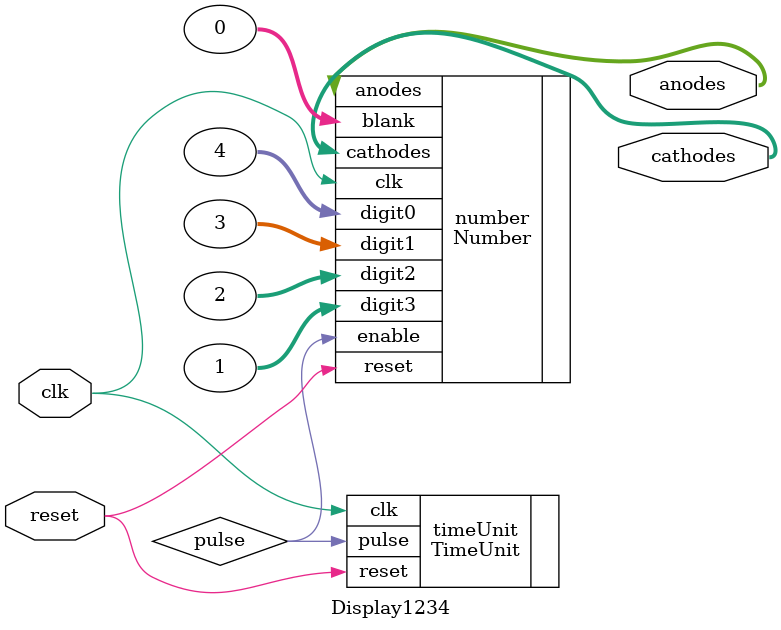
<source format=v>
`timescale 1ns / 1ps
module Display1234(
    input clk,
    input reset,
    output [3:0] anodes,
    output [7:0] cathodes
	 );
	 
	 wire pulse ;
	 
	 TimeUnit timeUnit(.clk(clk),.reset(reset),.pulse(pulse));
   
	 Number number(.clk(clk),.reset(reset),.enable(pulse),.digit0(4),
						.digit1(3),.digit2(2),.digit3(1),.blank(0),.anodes(anodes),.cathodes(cathodes));

	
	
	
endmodule

</source>
